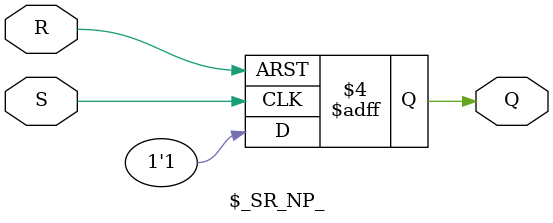
<source format=v>
module \$_SR_NP_ (S, R, Q);
input S, R;
output reg Q;
always @(negedge S, posedge R) begin
	if (R == 1)
		Q <= 0;
	else if (S == 0)
		Q <= 1;
end
endmodule

</source>
